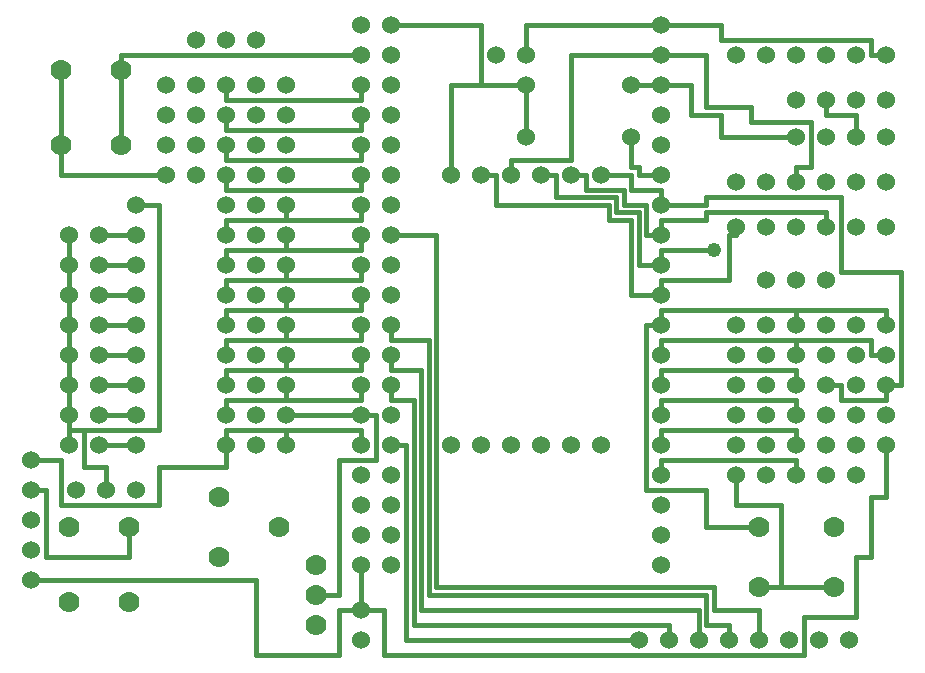
<source format=gbr>
%FSLAX35Y35*%
%MOIN*%
G04 EasyPC Gerber Version 18.0.8 Build 3632 *
%ADD24C,0.01500*%
%ADD92C,0.04800*%
%ADD70C,0.06000*%
%ADD77C,0.07000*%
X0Y0D02*
D02*
D70*
X15250Y37750D03*
Y47750D03*
Y57750D03*
Y67750D03*
Y77750D03*
X27750Y82750D03*
Y92750D03*
Y102750D03*
Y112750D03*
Y122750D03*
Y132750D03*
Y142750D03*
Y152750D03*
X30250Y67750D03*
X37750Y82750D03*
Y92750D03*
Y102750D03*
Y112750D03*
Y122750D03*
Y132750D03*
Y142750D03*
Y152750D03*
X40250Y67750D03*
X50250D03*
Y82750D03*
Y92750D03*
Y102750D03*
Y112750D03*
Y122750D03*
Y132750D03*
Y142750D03*
Y152750D03*
Y162750D03*
X60250Y172750D03*
Y182750D03*
Y192750D03*
Y202750D03*
X70250Y172750D03*
Y182750D03*
Y192750D03*
Y202750D03*
Y217750D03*
X80250Y82750D03*
Y92750D03*
Y102750D03*
Y112750D03*
Y122750D03*
Y132750D03*
Y142750D03*
Y152750D03*
Y162750D03*
Y172750D03*
Y182750D03*
Y192750D03*
Y202750D03*
Y217750D03*
X90250Y82750D03*
Y92750D03*
Y102750D03*
Y112750D03*
Y122750D03*
Y132750D03*
Y142750D03*
Y152750D03*
Y162750D03*
Y172750D03*
Y182750D03*
Y192750D03*
Y202750D03*
Y217750D03*
X100250Y82750D03*
Y92750D03*
Y102750D03*
Y112750D03*
Y122750D03*
Y132750D03*
Y142750D03*
Y152750D03*
Y162750D03*
Y172750D03*
Y182750D03*
Y192750D03*
Y202750D03*
X125250Y17750D03*
Y27750D03*
Y42750D03*
Y52750D03*
Y62750D03*
Y72750D03*
Y82750D03*
Y92750D03*
Y102750D03*
Y112750D03*
Y122750D03*
Y132750D03*
Y142750D03*
Y152750D03*
Y162750D03*
Y172750D03*
Y182750D03*
Y192750D03*
Y202750D03*
Y212750D03*
Y222750D03*
X135250Y42750D03*
Y52750D03*
Y62750D03*
Y72750D03*
Y82750D03*
Y92750D03*
Y102750D03*
Y112750D03*
Y122750D03*
Y132750D03*
Y142750D03*
Y152750D03*
Y162750D03*
Y172750D03*
Y182750D03*
Y192750D03*
Y202750D03*
Y212750D03*
Y222750D03*
X155250Y82750D03*
Y172750D03*
X165250Y82750D03*
Y172750D03*
X170250Y212750D03*
X175250Y82750D03*
Y172750D03*
X180250Y185250D03*
Y202750D03*
Y212750D03*
X185250Y82750D03*
Y172750D03*
X195250Y82750D03*
Y172750D03*
X205250Y82750D03*
Y172750D03*
X215250Y185250D03*
Y202750D03*
X217750Y17750D03*
X225250Y42750D03*
Y52750D03*
Y62750D03*
Y72750D03*
Y82750D03*
Y92750D03*
Y102750D03*
Y112750D03*
Y122750D03*
Y132750D03*
Y142750D03*
Y152750D03*
Y162750D03*
Y172750D03*
Y182750D03*
Y192750D03*
Y202750D03*
Y212750D03*
Y222750D03*
X227750Y17750D03*
X237750D03*
X247750D03*
X250250Y72750D03*
Y82750D03*
Y92750D03*
Y102750D03*
Y112750D03*
Y122750D03*
Y155250D03*
Y170250D03*
Y212750D03*
X257750Y17750D03*
X260250Y72750D03*
Y82750D03*
Y92750D03*
Y102750D03*
Y112750D03*
Y122750D03*
Y137750D03*
Y155250D03*
Y170250D03*
Y212750D03*
X267750Y17750D03*
X270250Y72750D03*
Y82750D03*
Y92750D03*
Y102750D03*
Y112750D03*
Y122750D03*
Y137750D03*
Y155250D03*
Y170250D03*
Y185250D03*
Y197750D03*
Y212750D03*
X277750Y17750D03*
X280250Y72750D03*
Y82750D03*
Y92750D03*
Y102750D03*
Y112750D03*
Y122750D03*
Y137750D03*
Y155250D03*
Y170250D03*
Y185250D03*
Y197750D03*
Y212750D03*
X287750Y17750D03*
X290250Y72750D03*
Y82750D03*
Y92750D03*
Y102750D03*
Y112750D03*
Y122750D03*
Y155250D03*
Y170250D03*
Y185250D03*
Y197750D03*
Y212750D03*
X300250Y82750D03*
Y92750D03*
Y102750D03*
Y112750D03*
Y122750D03*
Y155250D03*
Y170250D03*
Y185250D03*
Y197750D03*
Y212750D03*
D02*
D24*
X25250Y182750D02*
Y207750D01*
Y182750D02*
Y172750D01*
X60250*
X27750Y82750D02*
Y87750D01*
X57750*
X27750Y92750D02*
Y82750D01*
Y102750D02*
Y92750D01*
Y112750D02*
Y102750D01*
Y122750D02*
Y112750D01*
Y132750D02*
Y122750D01*
Y142750D02*
Y132750D01*
Y152750D02*
Y142750D01*
X40250Y67750D02*
Y75250D01*
X32750*
Y87750*
X57750*
X45250Y182750D02*
Y207750D01*
X47750Y55250D02*
Y45250D01*
X20250*
Y67750*
X15250*
X50250Y82750D02*
X37750D01*
X50250Y92750D02*
X37750D01*
X50250Y102750D02*
X37750D01*
X50250Y112750D02*
X37750D01*
X50250Y122750D02*
X37750D01*
X50250Y132750D02*
X37750D01*
X50250Y142750D02*
X37750D01*
X50250Y152750D02*
X37750D01*
X57750Y87750D02*
Y162750D01*
X50250*
X80250Y82750D02*
Y75250D01*
X57750*
Y62750*
X25250*
Y77750*
X15250*
X80250Y92750D02*
Y97750D01*
X100250*
Y82750D02*
Y87750D01*
X80250*
Y82750*
X100250Y97750D02*
X125250D01*
Y102750*
X100250D02*
Y97750D01*
Y107750D02*
X80250D01*
Y102750*
X100250Y112750D02*
Y107750D01*
Y117750D02*
X80250D01*
Y112750*
X100250Y122750D02*
Y117750D01*
Y127750D02*
X80250D01*
Y122750*
X100250Y132750D02*
Y127750D01*
Y137750D02*
X80250D01*
Y132750*
X100250Y142750D02*
Y137750D01*
Y147750D02*
X80250D01*
Y142750*
X100250Y152750D02*
Y147750D01*
Y157750D02*
X80250D01*
Y152750*
X100250Y162750D02*
Y157750D01*
X125250Y27750D02*
X117750D01*
Y12750*
X90250*
Y37750*
X15250*
X125250Y27750D02*
Y42750D01*
Y82750D02*
Y87750D01*
X100250*
X125250Y92750D02*
X100250D01*
X125250D02*
X130250D01*
Y77750*
X117750*
Y32750*
X110250*
X125250Y112750D02*
Y107750D01*
X100250*
X125250Y122750D02*
Y117750D01*
X100250*
X125250Y132750D02*
Y127750D01*
X100250*
X125250Y142750D02*
Y137750D01*
X100250*
X125250Y152750D02*
Y147750D01*
X100250*
X125250Y162750D02*
Y157750D01*
X100250*
X125250Y172750D02*
Y167750D01*
X80250*
Y172750*
X125250Y182750D02*
Y177750D01*
X80250*
Y182750*
X125250Y192750D02*
Y187750D01*
X80250*
Y192750*
X125250Y202750D02*
Y197750D01*
X80250*
Y202750*
X125250Y212750D02*
X45250D01*
Y207750*
X135250Y82750D02*
X140250D01*
Y17750*
X217750*
X135250Y102750D02*
Y97750D01*
X142750*
Y22750*
X227750*
Y17750*
X135250Y112750D02*
Y107750D01*
X145250*
Y27750*
X237750*
Y17750*
X135250Y122750D02*
Y117750D01*
X147750*
Y32750*
X240250*
Y22750*
X247750*
Y17750*
X135250Y222750D02*
X165250D01*
Y202750*
X155250*
Y172750*
X165250Y202750D02*
X180250D01*
Y185250*
Y212750D02*
Y222750D01*
X225250*
X195250Y172750D02*
X200250D01*
Y167750*
X212750*
Y162750*
X220250*
Y152750*
X225250*
X215250Y185250D02*
Y175250D01*
X217750*
Y172750*
X225250*
Y72750D02*
Y77750D01*
X270250*
Y72750*
X225250Y82750D02*
Y87750D01*
X270250*
Y82750*
X225250Y92750D02*
Y97750D01*
X270250*
Y92750*
X225250Y102750D02*
Y107750D01*
X270250*
Y102750*
X225250Y112750D02*
Y117750D01*
X270250*
X225250Y122750D02*
X220250D01*
Y67750*
X240250*
Y55250*
X257750*
X225250Y122750D02*
Y127750D01*
X270250*
X225250Y132750D02*
X215250D01*
Y157750*
X207750*
Y162750*
X170250*
Y172750*
X165250*
X225250Y132750D02*
Y137750D01*
X247750*
Y152750*
X250250*
Y155250*
X225250Y142750D02*
X217750D01*
Y160250*
X210250*
Y165250*
X190250*
Y172750*
X185250*
X225250Y142750D02*
Y147750D01*
X242750*
X225250Y152750D02*
Y157750D01*
X240250*
Y160250*
X280250*
Y155250*
X225250Y162750D02*
Y167750D01*
X215250*
Y172750*
X205250*
X225250Y202750D02*
X235250D01*
Y192750*
X245250*
Y185250*
X270250*
X225250Y202750D02*
X215250D01*
X225250Y212750D02*
X195250D01*
Y177750*
X175250*
Y172750*
X225250Y212750D02*
X240250D01*
Y195250*
X255250*
Y190250*
X275250*
Y175250*
X270250*
Y170250*
X225250Y222750D02*
X245250D01*
Y217750*
X295250*
Y212750*
X300250*
X257750Y17750D02*
Y27750D01*
X242750*
Y35250*
X150250*
Y152750*
X135250*
X257750Y35250D02*
X265250D01*
Y62750*
X250250*
Y72750*
X270250Y117750D02*
Y112750D01*
Y127750D02*
X300250D01*
Y122750*
X270250Y127750D02*
Y122750D01*
X282750Y35250D02*
X265250D01*
X290250Y185250D02*
Y192750D01*
X280250*
Y197750*
X300250Y82750D02*
Y65250D01*
X295250*
Y45250*
X290250*
Y25250*
X272750*
Y12750*
X132750*
Y27750*
X125250*
X300250Y102750D02*
X305250D01*
Y140250*
X285250*
Y165250*
X240250*
Y162750*
X225250*
X300250Y102750D02*
Y97750D01*
X285250*
Y102750*
X280250*
X300250Y112750D02*
X295250D01*
Y117750*
X270250*
D02*
D77*
X25250Y182750D03*
Y207750D03*
X27750Y30250D03*
Y55250D03*
X45250Y182750D03*
Y207750D03*
X47750Y30250D03*
Y55250D03*
X77750Y45250D03*
Y65250D03*
X97750Y55250D03*
X110250Y22750D03*
Y32750D03*
Y42750D03*
X257750Y35250D03*
Y55250D03*
X282750Y35250D03*
Y55250D03*
D02*
D92*
X242750Y147750D03*
X0Y0D02*
M02*

</source>
